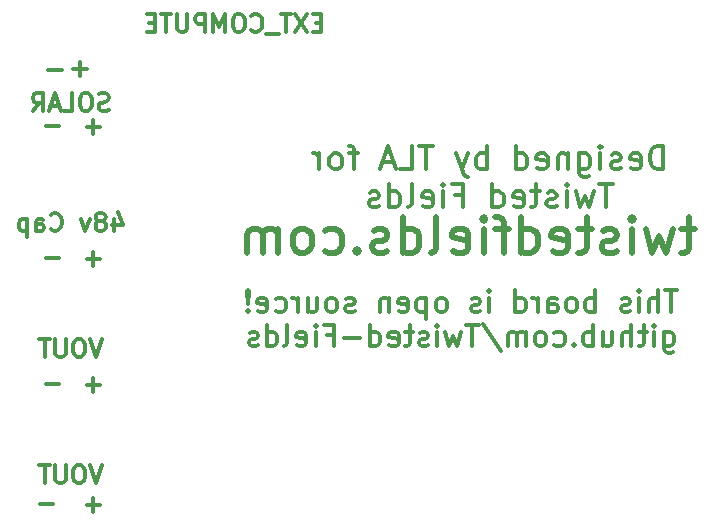
<source format=gbo>
%TF.GenerationSoftware,KiCad,Pcbnew,6.0.0-rc2*%
%TF.CreationDate,2022-01-03T19:22:05-08:00*%
%TF.ProjectId,acorn-power-electronics,61636f72-6e2d-4706-9f77-65722d656c65,rev?*%
%TF.SameCoordinates,Original*%
%TF.FileFunction,Legend,Bot*%
%TF.FilePolarity,Positive*%
%FSLAX46Y46*%
G04 Gerber Fmt 4.6, Leading zero omitted, Abs format (unit mm)*
G04 Created by KiCad (PCBNEW 6.0.0-rc2) date 2022-01-03 19:22:05*
%MOMM*%
%LPD*%
G01*
G04 APERTURE LIST*
G04 Aperture macros list*
%AMRoundRect*
0 Rectangle with rounded corners*
0 $1 Rounding radius*
0 $2 $3 $4 $5 $6 $7 $8 $9 X,Y pos of 4 corners*
0 Add a 4 corners polygon primitive as box body*
4,1,4,$2,$3,$4,$5,$6,$7,$8,$9,$2,$3,0*
0 Add four circle primitives for the rounded corners*
1,1,$1+$1,$2,$3*
1,1,$1+$1,$4,$5*
1,1,$1+$1,$6,$7*
1,1,$1+$1,$8,$9*
0 Add four rect primitives between the rounded corners*
20,1,$1+$1,$2,$3,$4,$5,0*
20,1,$1+$1,$4,$5,$6,$7,0*
20,1,$1+$1,$6,$7,$8,$9,0*
20,1,$1+$1,$8,$9,$2,$3,0*%
G04 Aperture macros list end*
%ADD10C,0.300000*%
%ADD11C,0.500000*%
%ADD12C,8.000000*%
%ADD13R,1.700000X1.700000*%
%ADD14O,1.700000X1.700000*%
%ADD15C,3.700000*%
%ADD16RoundRect,0.250000X0.620000X0.845000X-0.620000X0.845000X-0.620000X-0.845000X0.620000X-0.845000X0*%
%ADD17O,1.740000X2.190000*%
%ADD18C,5.000000*%
G04 APERTURE END LIST*
D10*
X127914285Y-100094761D02*
X127914285Y-98094761D01*
X127438095Y-98094761D01*
X127152380Y-98190000D01*
X126961904Y-98380476D01*
X126866666Y-98570952D01*
X126771428Y-98951904D01*
X126771428Y-99237619D01*
X126866666Y-99618571D01*
X126961904Y-99809047D01*
X127152380Y-99999523D01*
X127438095Y-100094761D01*
X127914285Y-100094761D01*
X125152380Y-99999523D02*
X125342857Y-100094761D01*
X125723809Y-100094761D01*
X125914285Y-99999523D01*
X126009523Y-99809047D01*
X126009523Y-99047142D01*
X125914285Y-98856666D01*
X125723809Y-98761428D01*
X125342857Y-98761428D01*
X125152380Y-98856666D01*
X125057142Y-99047142D01*
X125057142Y-99237619D01*
X126009523Y-99428095D01*
X124295238Y-99999523D02*
X124104761Y-100094761D01*
X123723809Y-100094761D01*
X123533333Y-99999523D01*
X123438095Y-99809047D01*
X123438095Y-99713809D01*
X123533333Y-99523333D01*
X123723809Y-99428095D01*
X124009523Y-99428095D01*
X124200000Y-99332857D01*
X124295238Y-99142380D01*
X124295238Y-99047142D01*
X124200000Y-98856666D01*
X124009523Y-98761428D01*
X123723809Y-98761428D01*
X123533333Y-98856666D01*
X122580952Y-100094761D02*
X122580952Y-98761428D01*
X122580952Y-98094761D02*
X122676190Y-98190000D01*
X122580952Y-98285238D01*
X122485714Y-98190000D01*
X122580952Y-98094761D01*
X122580952Y-98285238D01*
X120771428Y-98761428D02*
X120771428Y-100380476D01*
X120866666Y-100570952D01*
X120961904Y-100666190D01*
X121152380Y-100761428D01*
X121438095Y-100761428D01*
X121628571Y-100666190D01*
X120771428Y-99999523D02*
X120961904Y-100094761D01*
X121342857Y-100094761D01*
X121533333Y-99999523D01*
X121628571Y-99904285D01*
X121723809Y-99713809D01*
X121723809Y-99142380D01*
X121628571Y-98951904D01*
X121533333Y-98856666D01*
X121342857Y-98761428D01*
X120961904Y-98761428D01*
X120771428Y-98856666D01*
X119819047Y-98761428D02*
X119819047Y-100094761D01*
X119819047Y-98951904D02*
X119723809Y-98856666D01*
X119533333Y-98761428D01*
X119247619Y-98761428D01*
X119057142Y-98856666D01*
X118961904Y-99047142D01*
X118961904Y-100094761D01*
X117247619Y-99999523D02*
X117438095Y-100094761D01*
X117819047Y-100094761D01*
X118009523Y-99999523D01*
X118104761Y-99809047D01*
X118104761Y-99047142D01*
X118009523Y-98856666D01*
X117819047Y-98761428D01*
X117438095Y-98761428D01*
X117247619Y-98856666D01*
X117152380Y-99047142D01*
X117152380Y-99237619D01*
X118104761Y-99428095D01*
X115438095Y-100094761D02*
X115438095Y-98094761D01*
X115438095Y-99999523D02*
X115628571Y-100094761D01*
X116009523Y-100094761D01*
X116200000Y-99999523D01*
X116295238Y-99904285D01*
X116390476Y-99713809D01*
X116390476Y-99142380D01*
X116295238Y-98951904D01*
X116200000Y-98856666D01*
X116009523Y-98761428D01*
X115628571Y-98761428D01*
X115438095Y-98856666D01*
X112961904Y-100094761D02*
X112961904Y-98094761D01*
X112961904Y-98856666D02*
X112771428Y-98761428D01*
X112390476Y-98761428D01*
X112200000Y-98856666D01*
X112104761Y-98951904D01*
X112009523Y-99142380D01*
X112009523Y-99713809D01*
X112104761Y-99904285D01*
X112200000Y-99999523D01*
X112390476Y-100094761D01*
X112771428Y-100094761D01*
X112961904Y-99999523D01*
X111342857Y-98761428D02*
X110866666Y-100094761D01*
X110390476Y-98761428D02*
X110866666Y-100094761D01*
X111057142Y-100570952D01*
X111152380Y-100666190D01*
X111342857Y-100761428D01*
X108390476Y-98094761D02*
X107247619Y-98094761D01*
X107819047Y-100094761D02*
X107819047Y-98094761D01*
X105628571Y-100094761D02*
X106580952Y-100094761D01*
X106580952Y-98094761D01*
X105057142Y-99523333D02*
X104104761Y-99523333D01*
X105247619Y-100094761D02*
X104580952Y-98094761D01*
X103914285Y-100094761D01*
X102009523Y-98761428D02*
X101247619Y-98761428D01*
X101723809Y-100094761D02*
X101723809Y-98380476D01*
X101628571Y-98190000D01*
X101438095Y-98094761D01*
X101247619Y-98094761D01*
X100295238Y-100094761D02*
X100485714Y-99999523D01*
X100580952Y-99904285D01*
X100676190Y-99713809D01*
X100676190Y-99142380D01*
X100580952Y-98951904D01*
X100485714Y-98856666D01*
X100295238Y-98761428D01*
X100009523Y-98761428D01*
X99819047Y-98856666D01*
X99723809Y-98951904D01*
X99628571Y-99142380D01*
X99628571Y-99713809D01*
X99723809Y-99904285D01*
X99819047Y-99999523D01*
X100009523Y-100094761D01*
X100295238Y-100094761D01*
X98771428Y-100094761D02*
X98771428Y-98761428D01*
X98771428Y-99142380D02*
X98676190Y-98951904D01*
X98580952Y-98856666D01*
X98390476Y-98761428D01*
X98200000Y-98761428D01*
X123628571Y-101314761D02*
X122485714Y-101314761D01*
X123057142Y-103314761D02*
X123057142Y-101314761D01*
X122009523Y-101981428D02*
X121628571Y-103314761D01*
X121247619Y-102362380D01*
X120866666Y-103314761D01*
X120485714Y-101981428D01*
X119723809Y-103314761D02*
X119723809Y-101981428D01*
X119723809Y-101314761D02*
X119819047Y-101410000D01*
X119723809Y-101505238D01*
X119628571Y-101410000D01*
X119723809Y-101314761D01*
X119723809Y-101505238D01*
X118866666Y-103219523D02*
X118676190Y-103314761D01*
X118295238Y-103314761D01*
X118104761Y-103219523D01*
X118009523Y-103029047D01*
X118009523Y-102933809D01*
X118104761Y-102743333D01*
X118295238Y-102648095D01*
X118580952Y-102648095D01*
X118771428Y-102552857D01*
X118866666Y-102362380D01*
X118866666Y-102267142D01*
X118771428Y-102076666D01*
X118580952Y-101981428D01*
X118295238Y-101981428D01*
X118104761Y-102076666D01*
X117438095Y-101981428D02*
X116676190Y-101981428D01*
X117152380Y-101314761D02*
X117152380Y-103029047D01*
X117057142Y-103219523D01*
X116866666Y-103314761D01*
X116676190Y-103314761D01*
X115247619Y-103219523D02*
X115438095Y-103314761D01*
X115819047Y-103314761D01*
X116009523Y-103219523D01*
X116104761Y-103029047D01*
X116104761Y-102267142D01*
X116009523Y-102076666D01*
X115819047Y-101981428D01*
X115438095Y-101981428D01*
X115247619Y-102076666D01*
X115152380Y-102267142D01*
X115152380Y-102457619D01*
X116104761Y-102648095D01*
X113438095Y-103314761D02*
X113438095Y-101314761D01*
X113438095Y-103219523D02*
X113628571Y-103314761D01*
X114009523Y-103314761D01*
X114200000Y-103219523D01*
X114295238Y-103124285D01*
X114390476Y-102933809D01*
X114390476Y-102362380D01*
X114295238Y-102171904D01*
X114200000Y-102076666D01*
X114009523Y-101981428D01*
X113628571Y-101981428D01*
X113438095Y-102076666D01*
X110295238Y-102267142D02*
X110961904Y-102267142D01*
X110961904Y-103314761D02*
X110961904Y-101314761D01*
X110009523Y-101314761D01*
X109247619Y-103314761D02*
X109247619Y-101981428D01*
X109247619Y-101314761D02*
X109342857Y-101410000D01*
X109247619Y-101505238D01*
X109152380Y-101410000D01*
X109247619Y-101314761D01*
X109247619Y-101505238D01*
X107533333Y-103219523D02*
X107723809Y-103314761D01*
X108104761Y-103314761D01*
X108295238Y-103219523D01*
X108390476Y-103029047D01*
X108390476Y-102267142D01*
X108295238Y-102076666D01*
X108104761Y-101981428D01*
X107723809Y-101981428D01*
X107533333Y-102076666D01*
X107438095Y-102267142D01*
X107438095Y-102457619D01*
X108390476Y-102648095D01*
X106295238Y-103314761D02*
X106485714Y-103219523D01*
X106580952Y-103029047D01*
X106580952Y-101314761D01*
X104676190Y-103314761D02*
X104676190Y-101314761D01*
X104676190Y-103219523D02*
X104866666Y-103314761D01*
X105247619Y-103314761D01*
X105438095Y-103219523D01*
X105533333Y-103124285D01*
X105628571Y-102933809D01*
X105628571Y-102362380D01*
X105533333Y-102171904D01*
X105438095Y-102076666D01*
X105247619Y-101981428D01*
X104866666Y-101981428D01*
X104676190Y-102076666D01*
X103819047Y-103219523D02*
X103628571Y-103314761D01*
X103247619Y-103314761D01*
X103057142Y-103219523D01*
X102961904Y-103029047D01*
X102961904Y-102933809D01*
X103057142Y-102743333D01*
X103247619Y-102648095D01*
X103533333Y-102648095D01*
X103723809Y-102552857D01*
X103819047Y-102362380D01*
X103819047Y-102267142D01*
X103723809Y-102076666D01*
X103533333Y-101981428D01*
X103247619Y-101981428D01*
X103057142Y-102076666D01*
D11*
X130542857Y-105157142D02*
X129400000Y-105157142D01*
X130114285Y-104157142D02*
X130114285Y-106728571D01*
X129971428Y-107014285D01*
X129685714Y-107157142D01*
X129400000Y-107157142D01*
X128685714Y-105157142D02*
X128114285Y-107157142D01*
X127542857Y-105728571D01*
X126971428Y-107157142D01*
X126400000Y-105157142D01*
X125257142Y-107157142D02*
X125257142Y-105157142D01*
X125257142Y-104157142D02*
X125400000Y-104300000D01*
X125257142Y-104442857D01*
X125114285Y-104300000D01*
X125257142Y-104157142D01*
X125257142Y-104442857D01*
X123971428Y-107014285D02*
X123685714Y-107157142D01*
X123114285Y-107157142D01*
X122828571Y-107014285D01*
X122685714Y-106728571D01*
X122685714Y-106585714D01*
X122828571Y-106300000D01*
X123114285Y-106157142D01*
X123542857Y-106157142D01*
X123828571Y-106014285D01*
X123971428Y-105728571D01*
X123971428Y-105585714D01*
X123828571Y-105300000D01*
X123542857Y-105157142D01*
X123114285Y-105157142D01*
X122828571Y-105300000D01*
X121828571Y-105157142D02*
X120685714Y-105157142D01*
X121400000Y-104157142D02*
X121400000Y-106728571D01*
X121257142Y-107014285D01*
X120971428Y-107157142D01*
X120685714Y-107157142D01*
X118542857Y-107014285D02*
X118828571Y-107157142D01*
X119400000Y-107157142D01*
X119685714Y-107014285D01*
X119828571Y-106728571D01*
X119828571Y-105585714D01*
X119685714Y-105300000D01*
X119400000Y-105157142D01*
X118828571Y-105157142D01*
X118542857Y-105300000D01*
X118400000Y-105585714D01*
X118400000Y-105871428D01*
X119828571Y-106157142D01*
X115828571Y-107157142D02*
X115828571Y-104157142D01*
X115828571Y-107014285D02*
X116114285Y-107157142D01*
X116685714Y-107157142D01*
X116971428Y-107014285D01*
X117114285Y-106871428D01*
X117257142Y-106585714D01*
X117257142Y-105728571D01*
X117114285Y-105442857D01*
X116971428Y-105300000D01*
X116685714Y-105157142D01*
X116114285Y-105157142D01*
X115828571Y-105300000D01*
X114828571Y-105157142D02*
X113685714Y-105157142D01*
X114400000Y-107157142D02*
X114400000Y-104585714D01*
X114257142Y-104300000D01*
X113971428Y-104157142D01*
X113685714Y-104157142D01*
X112685714Y-107157142D02*
X112685714Y-105157142D01*
X112685714Y-104157142D02*
X112828571Y-104300000D01*
X112685714Y-104442857D01*
X112542857Y-104300000D01*
X112685714Y-104157142D01*
X112685714Y-104442857D01*
X110114285Y-107014285D02*
X110400000Y-107157142D01*
X110971428Y-107157142D01*
X111257142Y-107014285D01*
X111400000Y-106728571D01*
X111400000Y-105585714D01*
X111257142Y-105300000D01*
X110971428Y-105157142D01*
X110400000Y-105157142D01*
X110114285Y-105300000D01*
X109971428Y-105585714D01*
X109971428Y-105871428D01*
X111400000Y-106157142D01*
X108257142Y-107157142D02*
X108542857Y-107014285D01*
X108685714Y-106728571D01*
X108685714Y-104157142D01*
X105828571Y-107157142D02*
X105828571Y-104157142D01*
X105828571Y-107014285D02*
X106114285Y-107157142D01*
X106685714Y-107157142D01*
X106971428Y-107014285D01*
X107114285Y-106871428D01*
X107257142Y-106585714D01*
X107257142Y-105728571D01*
X107114285Y-105442857D01*
X106971428Y-105300000D01*
X106685714Y-105157142D01*
X106114285Y-105157142D01*
X105828571Y-105300000D01*
X104542857Y-107014285D02*
X104257142Y-107157142D01*
X103685714Y-107157142D01*
X103400000Y-107014285D01*
X103257142Y-106728571D01*
X103257142Y-106585714D01*
X103400000Y-106300000D01*
X103685714Y-106157142D01*
X104114285Y-106157142D01*
X104400000Y-106014285D01*
X104542857Y-105728571D01*
X104542857Y-105585714D01*
X104400000Y-105300000D01*
X104114285Y-105157142D01*
X103685714Y-105157142D01*
X103400000Y-105300000D01*
X101971428Y-106871428D02*
X101828571Y-107014285D01*
X101971428Y-107157142D01*
X102114285Y-107014285D01*
X101971428Y-106871428D01*
X101971428Y-107157142D01*
X99257142Y-107014285D02*
X99542857Y-107157142D01*
X100114285Y-107157142D01*
X100400000Y-107014285D01*
X100542857Y-106871428D01*
X100685714Y-106585714D01*
X100685714Y-105728571D01*
X100542857Y-105442857D01*
X100400000Y-105300000D01*
X100114285Y-105157142D01*
X99542857Y-105157142D01*
X99257142Y-105300000D01*
X97542857Y-107157142D02*
X97828571Y-107014285D01*
X97971428Y-106871428D01*
X98114285Y-106585714D01*
X98114285Y-105728571D01*
X97971428Y-105442857D01*
X97828571Y-105300000D01*
X97542857Y-105157142D01*
X97114285Y-105157142D01*
X96828571Y-105300000D01*
X96685714Y-105442857D01*
X96542857Y-105728571D01*
X96542857Y-106585714D01*
X96685714Y-106871428D01*
X96828571Y-107014285D01*
X97114285Y-107157142D01*
X97542857Y-107157142D01*
X95257142Y-107157142D02*
X95257142Y-105157142D01*
X95257142Y-105442857D02*
X95114285Y-105300000D01*
X94828571Y-105157142D01*
X94400000Y-105157142D01*
X94114285Y-105300000D01*
X93971428Y-105585714D01*
X93971428Y-107157142D01*
X93971428Y-105585714D02*
X93828571Y-105300000D01*
X93542857Y-105157142D01*
X93114285Y-105157142D01*
X92828571Y-105300000D01*
X92685714Y-105585714D01*
X92685714Y-107157142D01*
D10*
X79648857Y-108267428D02*
X79648857Y-107124571D01*
X79077428Y-107696000D02*
X80220285Y-107696000D01*
X79648857Y-97091428D02*
X79648857Y-95948571D01*
X79077428Y-96520000D02*
X80220285Y-96520000D01*
X80366857Y-125178571D02*
X79866857Y-126678571D01*
X79366857Y-125178571D01*
X78581142Y-125178571D02*
X78295428Y-125178571D01*
X78152571Y-125250000D01*
X78009714Y-125392857D01*
X77938285Y-125678571D01*
X77938285Y-126178571D01*
X78009714Y-126464285D01*
X78152571Y-126607142D01*
X78295428Y-126678571D01*
X78581142Y-126678571D01*
X78724000Y-126607142D01*
X78866857Y-126464285D01*
X78938285Y-126178571D01*
X78938285Y-125678571D01*
X78866857Y-125392857D01*
X78724000Y-125250000D01*
X78581142Y-125178571D01*
X77295428Y-125178571D02*
X77295428Y-126392857D01*
X77224000Y-126535714D01*
X77152571Y-126607142D01*
X77009714Y-126678571D01*
X76724000Y-126678571D01*
X76581142Y-126607142D01*
X76509714Y-126535714D01*
X76438285Y-126392857D01*
X76438285Y-125178571D01*
X75938285Y-125178571D02*
X75081142Y-125178571D01*
X75509714Y-126678571D02*
X75509714Y-125178571D01*
X75628571Y-118256857D02*
X76771428Y-118256857D01*
X75120571Y-128416857D02*
X76263428Y-128416857D01*
X80938285Y-95095142D02*
X80724000Y-95166571D01*
X80366857Y-95166571D01*
X80224000Y-95095142D01*
X80152571Y-95023714D01*
X80081142Y-94880857D01*
X80081142Y-94738000D01*
X80152571Y-94595142D01*
X80224000Y-94523714D01*
X80366857Y-94452285D01*
X80652571Y-94380857D01*
X80795428Y-94309428D01*
X80866857Y-94238000D01*
X80938285Y-94095142D01*
X80938285Y-93952285D01*
X80866857Y-93809428D01*
X80795428Y-93738000D01*
X80652571Y-93666571D01*
X80295428Y-93666571D01*
X80081142Y-93738000D01*
X79152571Y-93666571D02*
X78866857Y-93666571D01*
X78724000Y-93738000D01*
X78581142Y-93880857D01*
X78509714Y-94166571D01*
X78509714Y-94666571D01*
X78581142Y-94952285D01*
X78724000Y-95095142D01*
X78866857Y-95166571D01*
X79152571Y-95166571D01*
X79295428Y-95095142D01*
X79438285Y-94952285D01*
X79509714Y-94666571D01*
X79509714Y-94166571D01*
X79438285Y-93880857D01*
X79295428Y-93738000D01*
X79152571Y-93666571D01*
X77152571Y-95166571D02*
X77866857Y-95166571D01*
X77866857Y-93666571D01*
X76724000Y-94738000D02*
X76009714Y-94738000D01*
X76866857Y-95166571D02*
X76366857Y-93666571D01*
X75866857Y-95166571D01*
X74509714Y-95166571D02*
X75009714Y-94452285D01*
X75366857Y-95166571D02*
X75366857Y-93666571D01*
X74795428Y-93666571D01*
X74652571Y-93738000D01*
X74581142Y-93809428D01*
X74509714Y-93952285D01*
X74509714Y-94166571D01*
X74581142Y-94309428D01*
X74652571Y-94380857D01*
X74795428Y-94452285D01*
X75366857Y-94452285D01*
X81402571Y-104326571D02*
X81402571Y-105326571D01*
X81759714Y-103755142D02*
X82116857Y-104826571D01*
X81188285Y-104826571D01*
X80402571Y-104469428D02*
X80545428Y-104398000D01*
X80616857Y-104326571D01*
X80688285Y-104183714D01*
X80688285Y-104112285D01*
X80616857Y-103969428D01*
X80545428Y-103898000D01*
X80402571Y-103826571D01*
X80116857Y-103826571D01*
X79974000Y-103898000D01*
X79902571Y-103969428D01*
X79831142Y-104112285D01*
X79831142Y-104183714D01*
X79902571Y-104326571D01*
X79974000Y-104398000D01*
X80116857Y-104469428D01*
X80402571Y-104469428D01*
X80545428Y-104540857D01*
X80616857Y-104612285D01*
X80688285Y-104755142D01*
X80688285Y-105040857D01*
X80616857Y-105183714D01*
X80545428Y-105255142D01*
X80402571Y-105326571D01*
X80116857Y-105326571D01*
X79974000Y-105255142D01*
X79902571Y-105183714D01*
X79831142Y-105040857D01*
X79831142Y-104755142D01*
X79902571Y-104612285D01*
X79974000Y-104540857D01*
X80116857Y-104469428D01*
X79331142Y-104326571D02*
X78974000Y-105326571D01*
X78616857Y-104326571D01*
X76045428Y-105183714D02*
X76116857Y-105255142D01*
X76331142Y-105326571D01*
X76474000Y-105326571D01*
X76688285Y-105255142D01*
X76831142Y-105112285D01*
X76902571Y-104969428D01*
X76974000Y-104683714D01*
X76974000Y-104469428D01*
X76902571Y-104183714D01*
X76831142Y-104040857D01*
X76688285Y-103898000D01*
X76474000Y-103826571D01*
X76331142Y-103826571D01*
X76116857Y-103898000D01*
X76045428Y-103969428D01*
X74759714Y-105326571D02*
X74759714Y-104540857D01*
X74831142Y-104398000D01*
X74974000Y-104326571D01*
X75259714Y-104326571D01*
X75402571Y-104398000D01*
X74759714Y-105255142D02*
X74902571Y-105326571D01*
X75259714Y-105326571D01*
X75402571Y-105255142D01*
X75474000Y-105112285D01*
X75474000Y-104969428D01*
X75402571Y-104826571D01*
X75259714Y-104755142D01*
X74902571Y-104755142D01*
X74759714Y-104683714D01*
X74045428Y-104326571D02*
X74045428Y-105826571D01*
X74045428Y-104398000D02*
X73902571Y-104326571D01*
X73616857Y-104326571D01*
X73474000Y-104398000D01*
X73402571Y-104469428D01*
X73331142Y-104612285D01*
X73331142Y-105040857D01*
X73402571Y-105183714D01*
X73474000Y-105255142D01*
X73616857Y-105326571D01*
X73902571Y-105326571D01*
X74045428Y-105255142D01*
X80366857Y-114494571D02*
X79866857Y-115994571D01*
X79366857Y-114494571D01*
X78581142Y-114494571D02*
X78295428Y-114494571D01*
X78152571Y-114566000D01*
X78009714Y-114708857D01*
X77938285Y-114994571D01*
X77938285Y-115494571D01*
X78009714Y-115780285D01*
X78152571Y-115923142D01*
X78295428Y-115994571D01*
X78581142Y-115994571D01*
X78724000Y-115923142D01*
X78866857Y-115780285D01*
X78938285Y-115494571D01*
X78938285Y-114994571D01*
X78866857Y-114708857D01*
X78724000Y-114566000D01*
X78581142Y-114494571D01*
X77295428Y-114494571D02*
X77295428Y-115708857D01*
X77224000Y-115851714D01*
X77152571Y-115923142D01*
X77009714Y-115994571D01*
X76724000Y-115994571D01*
X76581142Y-115923142D01*
X76509714Y-115851714D01*
X76438285Y-115708857D01*
X76438285Y-114494571D01*
X75938285Y-114494571D02*
X75081142Y-114494571D01*
X75509714Y-115994571D02*
X75509714Y-114494571D01*
X79648857Y-118935428D02*
X79648857Y-117792571D01*
X79077428Y-118364000D02*
X80220285Y-118364000D01*
X79648857Y-129095428D02*
X79648857Y-127952571D01*
X79077428Y-128524000D02*
X80220285Y-128524000D01*
X75628571Y-96412857D02*
X76771428Y-96412857D01*
X75628571Y-107588857D02*
X76771428Y-107588857D01*
X75828571Y-91692857D02*
X76971428Y-91692857D01*
X78492857Y-92171428D02*
X78492857Y-91028571D01*
X77921428Y-91600000D02*
X79064285Y-91600000D01*
X129100000Y-110365285D02*
X128071428Y-110365285D01*
X128585714Y-112165285D02*
X128585714Y-110365285D01*
X127471428Y-112165285D02*
X127471428Y-110365285D01*
X126700000Y-112165285D02*
X126700000Y-111222428D01*
X126785714Y-111051000D01*
X126957142Y-110965285D01*
X127214285Y-110965285D01*
X127385714Y-111051000D01*
X127471428Y-111136714D01*
X125842857Y-112165285D02*
X125842857Y-110965285D01*
X125842857Y-110365285D02*
X125928571Y-110451000D01*
X125842857Y-110536714D01*
X125757142Y-110451000D01*
X125842857Y-110365285D01*
X125842857Y-110536714D01*
X125071428Y-112079571D02*
X124900000Y-112165285D01*
X124557142Y-112165285D01*
X124385714Y-112079571D01*
X124300000Y-111908142D01*
X124300000Y-111822428D01*
X124385714Y-111651000D01*
X124557142Y-111565285D01*
X124814285Y-111565285D01*
X124985714Y-111479571D01*
X125071428Y-111308142D01*
X125071428Y-111222428D01*
X124985714Y-111051000D01*
X124814285Y-110965285D01*
X124557142Y-110965285D01*
X124385714Y-111051000D01*
X122157142Y-112165285D02*
X122157142Y-110365285D01*
X122157142Y-111051000D02*
X121985714Y-110965285D01*
X121642857Y-110965285D01*
X121471428Y-111051000D01*
X121385714Y-111136714D01*
X121300000Y-111308142D01*
X121300000Y-111822428D01*
X121385714Y-111993857D01*
X121471428Y-112079571D01*
X121642857Y-112165285D01*
X121985714Y-112165285D01*
X122157142Y-112079571D01*
X120271428Y-112165285D02*
X120442857Y-112079571D01*
X120528571Y-111993857D01*
X120614285Y-111822428D01*
X120614285Y-111308142D01*
X120528571Y-111136714D01*
X120442857Y-111051000D01*
X120271428Y-110965285D01*
X120014285Y-110965285D01*
X119842857Y-111051000D01*
X119757142Y-111136714D01*
X119671428Y-111308142D01*
X119671428Y-111822428D01*
X119757142Y-111993857D01*
X119842857Y-112079571D01*
X120014285Y-112165285D01*
X120271428Y-112165285D01*
X118128571Y-112165285D02*
X118128571Y-111222428D01*
X118214285Y-111051000D01*
X118385714Y-110965285D01*
X118728571Y-110965285D01*
X118900000Y-111051000D01*
X118128571Y-112079571D02*
X118300000Y-112165285D01*
X118728571Y-112165285D01*
X118900000Y-112079571D01*
X118985714Y-111908142D01*
X118985714Y-111736714D01*
X118900000Y-111565285D01*
X118728571Y-111479571D01*
X118300000Y-111479571D01*
X118128571Y-111393857D01*
X117271428Y-112165285D02*
X117271428Y-110965285D01*
X117271428Y-111308142D02*
X117185714Y-111136714D01*
X117100000Y-111051000D01*
X116928571Y-110965285D01*
X116757142Y-110965285D01*
X115385714Y-112165285D02*
X115385714Y-110365285D01*
X115385714Y-112079571D02*
X115557142Y-112165285D01*
X115900000Y-112165285D01*
X116071428Y-112079571D01*
X116157142Y-111993857D01*
X116242857Y-111822428D01*
X116242857Y-111308142D01*
X116157142Y-111136714D01*
X116071428Y-111051000D01*
X115900000Y-110965285D01*
X115557142Y-110965285D01*
X115385714Y-111051000D01*
X113157142Y-112165285D02*
X113157142Y-110965285D01*
X113157142Y-110365285D02*
X113242857Y-110451000D01*
X113157142Y-110536714D01*
X113071428Y-110451000D01*
X113157142Y-110365285D01*
X113157142Y-110536714D01*
X112385714Y-112079571D02*
X112214285Y-112165285D01*
X111871428Y-112165285D01*
X111700000Y-112079571D01*
X111614285Y-111908142D01*
X111614285Y-111822428D01*
X111700000Y-111651000D01*
X111871428Y-111565285D01*
X112128571Y-111565285D01*
X112300000Y-111479571D01*
X112385714Y-111308142D01*
X112385714Y-111222428D01*
X112300000Y-111051000D01*
X112128571Y-110965285D01*
X111871428Y-110965285D01*
X111700000Y-111051000D01*
X109214285Y-112165285D02*
X109385714Y-112079571D01*
X109471428Y-111993857D01*
X109557142Y-111822428D01*
X109557142Y-111308142D01*
X109471428Y-111136714D01*
X109385714Y-111051000D01*
X109214285Y-110965285D01*
X108957142Y-110965285D01*
X108785714Y-111051000D01*
X108700000Y-111136714D01*
X108614285Y-111308142D01*
X108614285Y-111822428D01*
X108700000Y-111993857D01*
X108785714Y-112079571D01*
X108957142Y-112165285D01*
X109214285Y-112165285D01*
X107842857Y-110965285D02*
X107842857Y-112765285D01*
X107842857Y-111051000D02*
X107671428Y-110965285D01*
X107328571Y-110965285D01*
X107157142Y-111051000D01*
X107071428Y-111136714D01*
X106985714Y-111308142D01*
X106985714Y-111822428D01*
X107071428Y-111993857D01*
X107157142Y-112079571D01*
X107328571Y-112165285D01*
X107671428Y-112165285D01*
X107842857Y-112079571D01*
X105528571Y-112079571D02*
X105700000Y-112165285D01*
X106042857Y-112165285D01*
X106214285Y-112079571D01*
X106300000Y-111908142D01*
X106300000Y-111222428D01*
X106214285Y-111051000D01*
X106042857Y-110965285D01*
X105700000Y-110965285D01*
X105528571Y-111051000D01*
X105442857Y-111222428D01*
X105442857Y-111393857D01*
X106300000Y-111565285D01*
X104671428Y-110965285D02*
X104671428Y-112165285D01*
X104671428Y-111136714D02*
X104585714Y-111051000D01*
X104414285Y-110965285D01*
X104157142Y-110965285D01*
X103985714Y-111051000D01*
X103900000Y-111222428D01*
X103900000Y-112165285D01*
X101757142Y-112079571D02*
X101585714Y-112165285D01*
X101242857Y-112165285D01*
X101071428Y-112079571D01*
X100985714Y-111908142D01*
X100985714Y-111822428D01*
X101071428Y-111651000D01*
X101242857Y-111565285D01*
X101500000Y-111565285D01*
X101671428Y-111479571D01*
X101757142Y-111308142D01*
X101757142Y-111222428D01*
X101671428Y-111051000D01*
X101500000Y-110965285D01*
X101242857Y-110965285D01*
X101071428Y-111051000D01*
X99957142Y-112165285D02*
X100128571Y-112079571D01*
X100214285Y-111993857D01*
X100300000Y-111822428D01*
X100300000Y-111308142D01*
X100214285Y-111136714D01*
X100128571Y-111051000D01*
X99957142Y-110965285D01*
X99700000Y-110965285D01*
X99528571Y-111051000D01*
X99442857Y-111136714D01*
X99357142Y-111308142D01*
X99357142Y-111822428D01*
X99442857Y-111993857D01*
X99528571Y-112079571D01*
X99700000Y-112165285D01*
X99957142Y-112165285D01*
X97814285Y-110965285D02*
X97814285Y-112165285D01*
X98585714Y-110965285D02*
X98585714Y-111908142D01*
X98500000Y-112079571D01*
X98328571Y-112165285D01*
X98071428Y-112165285D01*
X97900000Y-112079571D01*
X97814285Y-111993857D01*
X96957142Y-112165285D02*
X96957142Y-110965285D01*
X96957142Y-111308142D02*
X96871428Y-111136714D01*
X96785714Y-111051000D01*
X96614285Y-110965285D01*
X96442857Y-110965285D01*
X95071428Y-112079571D02*
X95242857Y-112165285D01*
X95585714Y-112165285D01*
X95757142Y-112079571D01*
X95842857Y-111993857D01*
X95928571Y-111822428D01*
X95928571Y-111308142D01*
X95842857Y-111136714D01*
X95757142Y-111051000D01*
X95585714Y-110965285D01*
X95242857Y-110965285D01*
X95071428Y-111051000D01*
X93614285Y-112079571D02*
X93785714Y-112165285D01*
X94128571Y-112165285D01*
X94300000Y-112079571D01*
X94385714Y-111908142D01*
X94385714Y-111222428D01*
X94300000Y-111051000D01*
X94128571Y-110965285D01*
X93785714Y-110965285D01*
X93614285Y-111051000D01*
X93528571Y-111222428D01*
X93528571Y-111393857D01*
X94385714Y-111565285D01*
X92757142Y-111993857D02*
X92671428Y-112079571D01*
X92757142Y-112165285D01*
X92842857Y-112079571D01*
X92757142Y-111993857D01*
X92757142Y-112165285D01*
X92757142Y-111479571D02*
X92842857Y-110451000D01*
X92757142Y-110365285D01*
X92671428Y-110451000D01*
X92757142Y-111479571D01*
X92757142Y-110365285D01*
X127942857Y-113863285D02*
X127942857Y-115320428D01*
X128028571Y-115491857D01*
X128114285Y-115577571D01*
X128285714Y-115663285D01*
X128542857Y-115663285D01*
X128714285Y-115577571D01*
X127942857Y-114977571D02*
X128114285Y-115063285D01*
X128457142Y-115063285D01*
X128628571Y-114977571D01*
X128714285Y-114891857D01*
X128800000Y-114720428D01*
X128800000Y-114206142D01*
X128714285Y-114034714D01*
X128628571Y-113949000D01*
X128457142Y-113863285D01*
X128114285Y-113863285D01*
X127942857Y-113949000D01*
X127085714Y-115063285D02*
X127085714Y-113863285D01*
X127085714Y-113263285D02*
X127171428Y-113349000D01*
X127085714Y-113434714D01*
X127000000Y-113349000D01*
X127085714Y-113263285D01*
X127085714Y-113434714D01*
X126485714Y-113863285D02*
X125800000Y-113863285D01*
X126228571Y-113263285D02*
X126228571Y-114806142D01*
X126142857Y-114977571D01*
X125971428Y-115063285D01*
X125800000Y-115063285D01*
X125200000Y-115063285D02*
X125200000Y-113263285D01*
X124428571Y-115063285D02*
X124428571Y-114120428D01*
X124514285Y-113949000D01*
X124685714Y-113863285D01*
X124942857Y-113863285D01*
X125114285Y-113949000D01*
X125200000Y-114034714D01*
X122800000Y-113863285D02*
X122800000Y-115063285D01*
X123571428Y-113863285D02*
X123571428Y-114806142D01*
X123485714Y-114977571D01*
X123314285Y-115063285D01*
X123057142Y-115063285D01*
X122885714Y-114977571D01*
X122800000Y-114891857D01*
X121942857Y-115063285D02*
X121942857Y-113263285D01*
X121942857Y-113949000D02*
X121771428Y-113863285D01*
X121428571Y-113863285D01*
X121257142Y-113949000D01*
X121171428Y-114034714D01*
X121085714Y-114206142D01*
X121085714Y-114720428D01*
X121171428Y-114891857D01*
X121257142Y-114977571D01*
X121428571Y-115063285D01*
X121771428Y-115063285D01*
X121942857Y-114977571D01*
X120314285Y-114891857D02*
X120228571Y-114977571D01*
X120314285Y-115063285D01*
X120400000Y-114977571D01*
X120314285Y-114891857D01*
X120314285Y-115063285D01*
X118685714Y-114977571D02*
X118857142Y-115063285D01*
X119200000Y-115063285D01*
X119371428Y-114977571D01*
X119457142Y-114891857D01*
X119542857Y-114720428D01*
X119542857Y-114206142D01*
X119457142Y-114034714D01*
X119371428Y-113949000D01*
X119200000Y-113863285D01*
X118857142Y-113863285D01*
X118685714Y-113949000D01*
X117657142Y-115063285D02*
X117828571Y-114977571D01*
X117914285Y-114891857D01*
X118000000Y-114720428D01*
X118000000Y-114206142D01*
X117914285Y-114034714D01*
X117828571Y-113949000D01*
X117657142Y-113863285D01*
X117400000Y-113863285D01*
X117228571Y-113949000D01*
X117142857Y-114034714D01*
X117057142Y-114206142D01*
X117057142Y-114720428D01*
X117142857Y-114891857D01*
X117228571Y-114977571D01*
X117400000Y-115063285D01*
X117657142Y-115063285D01*
X116285714Y-115063285D02*
X116285714Y-113863285D01*
X116285714Y-114034714D02*
X116200000Y-113949000D01*
X116028571Y-113863285D01*
X115771428Y-113863285D01*
X115600000Y-113949000D01*
X115514285Y-114120428D01*
X115514285Y-115063285D01*
X115514285Y-114120428D02*
X115428571Y-113949000D01*
X115257142Y-113863285D01*
X115000000Y-113863285D01*
X114828571Y-113949000D01*
X114742857Y-114120428D01*
X114742857Y-115063285D01*
X112600000Y-113177571D02*
X114142857Y-115491857D01*
X112257142Y-113263285D02*
X111228571Y-113263285D01*
X111742857Y-115063285D02*
X111742857Y-113263285D01*
X110800000Y-113863285D02*
X110457142Y-115063285D01*
X110114285Y-114206142D01*
X109771428Y-115063285D01*
X109428571Y-113863285D01*
X108742857Y-115063285D02*
X108742857Y-113863285D01*
X108742857Y-113263285D02*
X108828571Y-113349000D01*
X108742857Y-113434714D01*
X108657142Y-113349000D01*
X108742857Y-113263285D01*
X108742857Y-113434714D01*
X107971428Y-114977571D02*
X107800000Y-115063285D01*
X107457142Y-115063285D01*
X107285714Y-114977571D01*
X107200000Y-114806142D01*
X107200000Y-114720428D01*
X107285714Y-114549000D01*
X107457142Y-114463285D01*
X107714285Y-114463285D01*
X107885714Y-114377571D01*
X107971428Y-114206142D01*
X107971428Y-114120428D01*
X107885714Y-113949000D01*
X107714285Y-113863285D01*
X107457142Y-113863285D01*
X107285714Y-113949000D01*
X106685714Y-113863285D02*
X106000000Y-113863285D01*
X106428571Y-113263285D02*
X106428571Y-114806142D01*
X106342857Y-114977571D01*
X106171428Y-115063285D01*
X106000000Y-115063285D01*
X104714285Y-114977571D02*
X104885714Y-115063285D01*
X105228571Y-115063285D01*
X105400000Y-114977571D01*
X105485714Y-114806142D01*
X105485714Y-114120428D01*
X105400000Y-113949000D01*
X105228571Y-113863285D01*
X104885714Y-113863285D01*
X104714285Y-113949000D01*
X104628571Y-114120428D01*
X104628571Y-114291857D01*
X105485714Y-114463285D01*
X103085714Y-115063285D02*
X103085714Y-113263285D01*
X103085714Y-114977571D02*
X103257142Y-115063285D01*
X103600000Y-115063285D01*
X103771428Y-114977571D01*
X103857142Y-114891857D01*
X103942857Y-114720428D01*
X103942857Y-114206142D01*
X103857142Y-114034714D01*
X103771428Y-113949000D01*
X103600000Y-113863285D01*
X103257142Y-113863285D01*
X103085714Y-113949000D01*
X102228571Y-114377571D02*
X100857142Y-114377571D01*
X99400000Y-114120428D02*
X100000000Y-114120428D01*
X100000000Y-115063285D02*
X100000000Y-113263285D01*
X99142857Y-113263285D01*
X98457142Y-115063285D02*
X98457142Y-113863285D01*
X98457142Y-113263285D02*
X98542857Y-113349000D01*
X98457142Y-113434714D01*
X98371428Y-113349000D01*
X98457142Y-113263285D01*
X98457142Y-113434714D01*
X96914285Y-114977571D02*
X97085714Y-115063285D01*
X97428571Y-115063285D01*
X97600000Y-114977571D01*
X97685714Y-114806142D01*
X97685714Y-114120428D01*
X97600000Y-113949000D01*
X97428571Y-113863285D01*
X97085714Y-113863285D01*
X96914285Y-113949000D01*
X96828571Y-114120428D01*
X96828571Y-114291857D01*
X97685714Y-114463285D01*
X95800000Y-115063285D02*
X95971428Y-114977571D01*
X96057142Y-114806142D01*
X96057142Y-113263285D01*
X94342857Y-115063285D02*
X94342857Y-113263285D01*
X94342857Y-114977571D02*
X94514285Y-115063285D01*
X94857142Y-115063285D01*
X95028571Y-114977571D01*
X95114285Y-114891857D01*
X95200000Y-114720428D01*
X95200000Y-114206142D01*
X95114285Y-114034714D01*
X95028571Y-113949000D01*
X94857142Y-113863285D01*
X94514285Y-113863285D01*
X94342857Y-113949000D01*
X93571428Y-114977571D02*
X93400000Y-115063285D01*
X93057142Y-115063285D01*
X92885714Y-114977571D01*
X92800000Y-114806142D01*
X92800000Y-114720428D01*
X92885714Y-114549000D01*
X93057142Y-114463285D01*
X93314285Y-114463285D01*
X93485714Y-114377571D01*
X93571428Y-114206142D01*
X93571428Y-114120428D01*
X93485714Y-113949000D01*
X93314285Y-113863285D01*
X93057142Y-113863285D01*
X92885714Y-113949000D01*
X98957142Y-87692857D02*
X98457142Y-87692857D01*
X98242857Y-88478571D02*
X98957142Y-88478571D01*
X98957142Y-86978571D01*
X98242857Y-86978571D01*
X97742857Y-86978571D02*
X96742857Y-88478571D01*
X96742857Y-86978571D02*
X97742857Y-88478571D01*
X96385714Y-86978571D02*
X95528571Y-86978571D01*
X95957142Y-88478571D02*
X95957142Y-86978571D01*
X95385714Y-88621428D02*
X94242857Y-88621428D01*
X93028571Y-88335714D02*
X93100000Y-88407142D01*
X93314285Y-88478571D01*
X93457142Y-88478571D01*
X93671428Y-88407142D01*
X93814285Y-88264285D01*
X93885714Y-88121428D01*
X93957142Y-87835714D01*
X93957142Y-87621428D01*
X93885714Y-87335714D01*
X93814285Y-87192857D01*
X93671428Y-87050000D01*
X93457142Y-86978571D01*
X93314285Y-86978571D01*
X93100000Y-87050000D01*
X93028571Y-87121428D01*
X92100000Y-86978571D02*
X91814285Y-86978571D01*
X91671428Y-87050000D01*
X91528571Y-87192857D01*
X91457142Y-87478571D01*
X91457142Y-87978571D01*
X91528571Y-88264285D01*
X91671428Y-88407142D01*
X91814285Y-88478571D01*
X92100000Y-88478571D01*
X92242857Y-88407142D01*
X92385714Y-88264285D01*
X92457142Y-87978571D01*
X92457142Y-87478571D01*
X92385714Y-87192857D01*
X92242857Y-87050000D01*
X92100000Y-86978571D01*
X90814285Y-88478571D02*
X90814285Y-86978571D01*
X90314285Y-88050000D01*
X89814285Y-86978571D01*
X89814285Y-88478571D01*
X89100000Y-88478571D02*
X89100000Y-86978571D01*
X88528571Y-86978571D01*
X88385714Y-87050000D01*
X88314285Y-87121428D01*
X88242857Y-87264285D01*
X88242857Y-87478571D01*
X88314285Y-87621428D01*
X88385714Y-87692857D01*
X88528571Y-87764285D01*
X89100000Y-87764285D01*
X87600000Y-86978571D02*
X87600000Y-88192857D01*
X87528571Y-88335714D01*
X87457142Y-88407142D01*
X87314285Y-88478571D01*
X87028571Y-88478571D01*
X86885714Y-88407142D01*
X86814285Y-88335714D01*
X86742857Y-88192857D01*
X86742857Y-86978571D01*
X86242857Y-86978571D02*
X85385714Y-86978571D01*
X85814285Y-88478571D02*
X85814285Y-86978571D01*
X84885714Y-87692857D02*
X84385714Y-87692857D01*
X84171428Y-88478571D02*
X84885714Y-88478571D01*
X84885714Y-86978571D01*
X84171428Y-86978571D01*
%LPC*%
D12*
X70224000Y-129540000D03*
X85224000Y-129540000D03*
D13*
X128000000Y-126125000D03*
D14*
X128000000Y-128665000D03*
X125460000Y-126125000D03*
X125460000Y-128665000D03*
X122920000Y-126125000D03*
X122920000Y-128665000D03*
X120380000Y-126125000D03*
X120380000Y-128665000D03*
X117840000Y-126125000D03*
X117840000Y-128665000D03*
X115300000Y-126125000D03*
X115300000Y-128665000D03*
X112760000Y-126125000D03*
X112760000Y-128665000D03*
X110220000Y-126125000D03*
X110220000Y-128665000D03*
X107680000Y-126125000D03*
X107680000Y-128665000D03*
X105140000Y-126125000D03*
X105140000Y-128665000D03*
D15*
X65828000Y-139524000D03*
X127000000Y-90214000D03*
X65828000Y-90500000D03*
D13*
X101400000Y-136875000D03*
D14*
X101400000Y-134335000D03*
D12*
X70224000Y-118872000D03*
X85224000Y-118872000D03*
X70200000Y-108204000D03*
X85200000Y-108204000D03*
D15*
X107250000Y-137125000D03*
D12*
X70224000Y-97536000D03*
X85224000Y-97536000D03*
D16*
X81000000Y-140520000D03*
D17*
X78460000Y-140520000D03*
X75920000Y-140520000D03*
X73380000Y-140520000D03*
D18*
X81000000Y-89500000D03*
X74000000Y-89500000D03*
M02*

</source>
